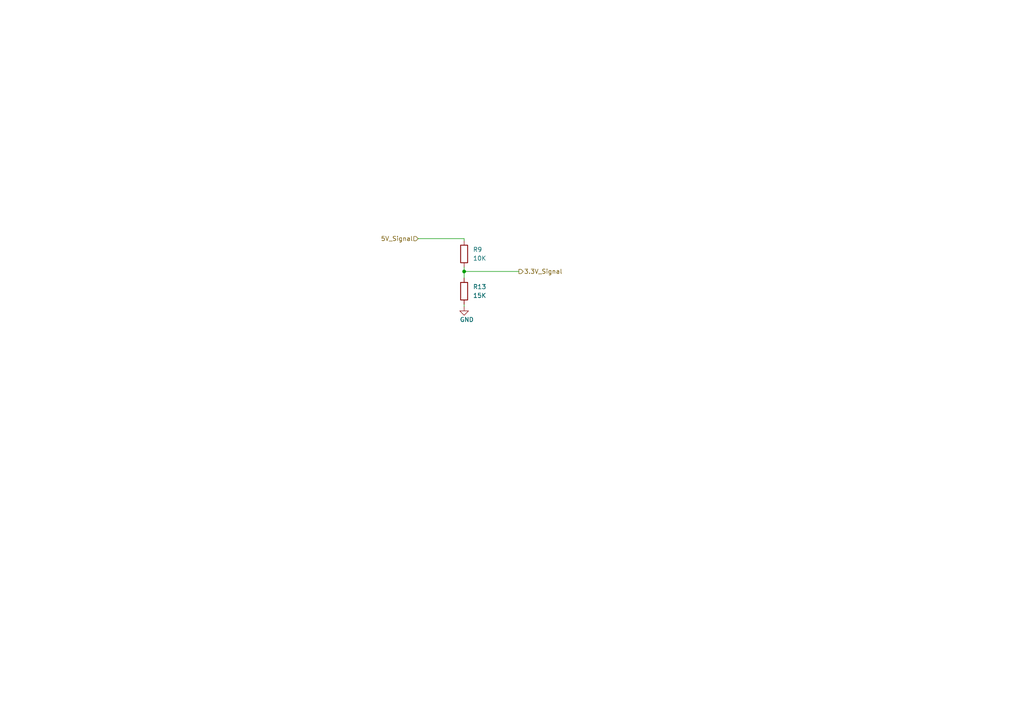
<source format=kicad_sch>
(kicad_sch (version 20230121) (generator eeschema)
  (paper "A4")
  (lib_symbols
    (symbol "_R_0402:10K" (pin_numbers hide) (pin_names (offset 0))
      (property "Reference" "R" (at 2.032 0 90))
      (property "Value" "10K" (at 0 0 90))
      (symbol "10K_0_1"
        (rectangle (start -1.016 -2.54) (end 1.016 2.54) (stroke (width 0.254)))
      )
      (symbol "10K_1_1"
        (pin passive line (at 0 3.81 270) (length 1.27) (name "~") (number "1"))
        (pin passive line (at 0 -3.81 90) (length 1.27) (name "~") (number "2"))
      )
    )
    (symbol "_R_0402:15K" (pin_numbers hide) (pin_names (offset 0))
      (property "Reference" "R" (at 2.032 0 90))
      (property "Value" "15K" (at 0 0 90))
      (symbol "15K_0_1"
        (rectangle (start -1.016 -2.54) (end 1.016 2.54) (stroke (width 0.254)))
      )
      (symbol "15K_1_1"
        (pin passive line (at 0 3.81 270) (length 1.27) (name "~") (number "1"))
        (pin passive line (at 0 -3.81 90) (length 1.27) (name "~") (number "2"))
      )
    )
    (symbol "power:GND" (power) (pin_names (offset 0))
      (property "Value" "GND" (at 0 -3.81 0))
      (symbol "GND_0_1"
        (polyline (pts (xy 0 0) (xy 0 -1.27) (xy 1.27 -1.27) (xy 0 -2.54) (xy -1.27 -1.27) (xy 0 -1.27)))
      )
      (symbol "GND_1_1"
        (pin power_in line (at 0 0 270) (length 0) hide (name "GND") (number "1"))
      )
    )
  )
  (junction (at 134.62 78.74))
  (wire (pts (xy 134.62 69.215) (xy 121.285 69.215)))
  (wire (pts (xy 134.62 88.265) (xy 134.62 88.9)))
  (wire (pts (xy 134.62 78.74) (xy 134.62 80.645)))
  (wire (pts (xy 134.62 78.74) (xy 150.495 78.74)))
  (wire (pts (xy 134.62 77.47) (xy 134.62 78.74)))
  (wire (pts (xy 134.62 69.85) (xy 134.62 69.215)))
  (hierarchical_label "3.3V_Signal" (shape output) (at 150.495 78.74 0))
  (hierarchical_label "5V_Signal" (shape input) (at 121.285 69.215 180))
  (symbol (lib_id "_R_0402:15K") (at 134.62 84.455 0) (unit 1)
    (property "Reference" "R13" (at 137.16 83.185 0) (effects (justify left)))
    (property "Value" "15K" (at 137.16 85.725 0) (effects (justify left)))
    (property "Footprint" "Resistor_SMD:R_0402_1005Metric" (effects hide))
    (property "MF" "UNI-ROYAL" (effects hide))
    (property "MPN" "0402WGF1502TCE" (effects hide))
    (property "OC_LCSC" "C25756" (effects hide))
  )
  (symbol (lib_id "power:GND") (at 134.62 88.9 0) (unit 1)
    (property "Reference" "#PWR053" (effects hide))
    (property "Value" "GND" (at 133.35 92.71 0) (effects (justify left)))
  )
  (symbol (lib_id "_R_0402:10K") (at 134.62 73.66 0) (unit 1)
    (property "Reference" "R9" (at 137.16 72.39 0) (effects (justify left)))
    (property "Value" "10K" (at 137.16 74.93 0) (effects (justify left)))
    (property "Footprint" "Resistor_SMD:R_0402_1005Metric" (effects hide))
    (property "MF" "UNI-ROYAL" (effects hide))
    (property "MPN" "0402WGF1002TCE" (effects hide))
    (property "OC_LCSC" "C25744" (effects hide))
  )
)
</source>
